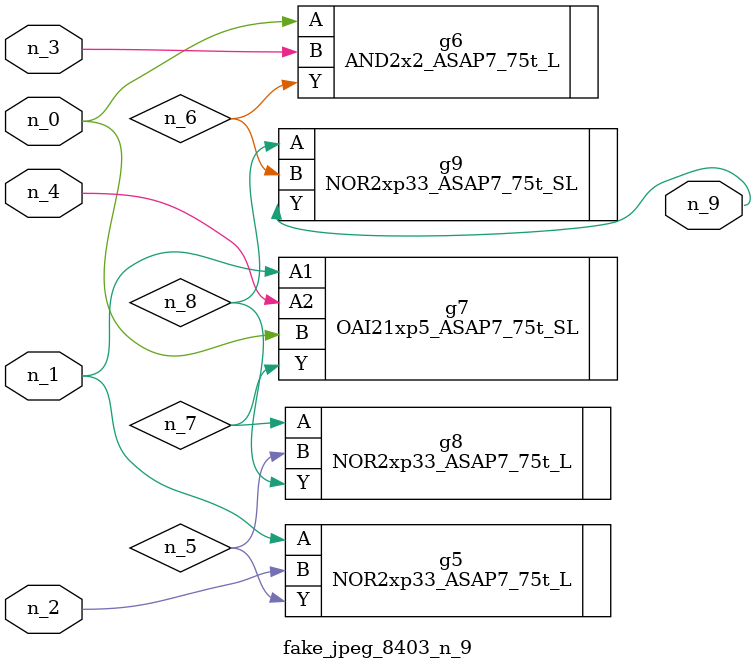
<source format=v>
module fake_jpeg_8403_n_9 (n_3, n_2, n_1, n_0, n_4, n_9);

input n_3;
input n_2;
input n_1;
input n_0;
input n_4;

output n_9;

wire n_8;
wire n_6;
wire n_5;
wire n_7;

NOR2xp33_ASAP7_75t_L g5 ( 
.A(n_1),
.B(n_2),
.Y(n_5)
);

AND2x2_ASAP7_75t_L g6 ( 
.A(n_0),
.B(n_3),
.Y(n_6)
);

OAI21xp5_ASAP7_75t_SL g7 ( 
.A1(n_1),
.A2(n_4),
.B(n_0),
.Y(n_7)
);

NOR2xp33_ASAP7_75t_L g8 ( 
.A(n_7),
.B(n_5),
.Y(n_8)
);

NOR2xp33_ASAP7_75t_SL g9 ( 
.A(n_8),
.B(n_6),
.Y(n_9)
);


endmodule
</source>
